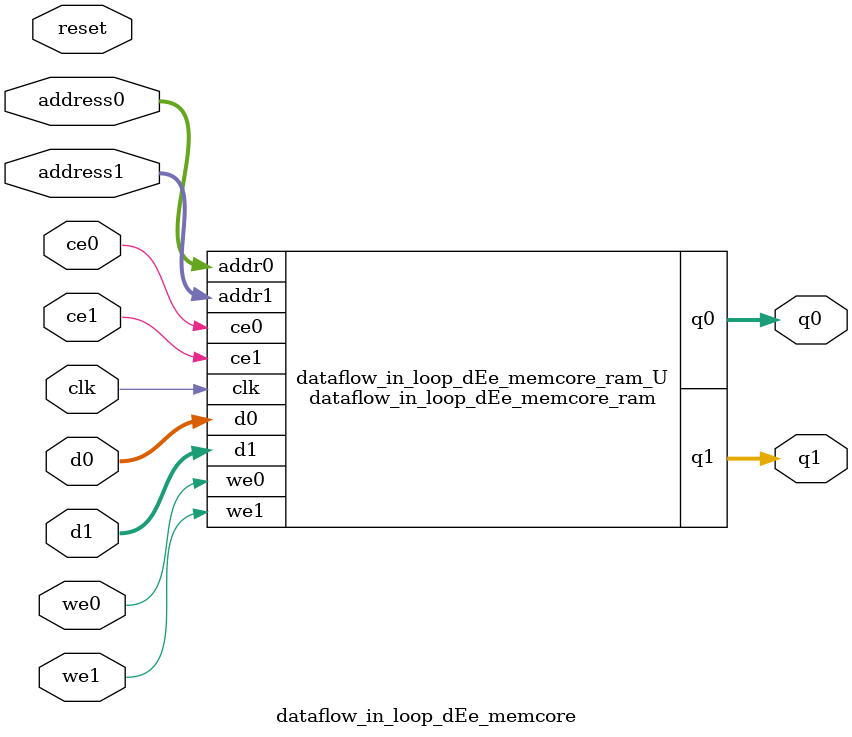
<source format=v>

`timescale 1 ns / 1 ps
module dataflow_in_loop_dEe_memcore_ram (addr0, ce0, d0, we0, q0, addr1, ce1, d1, we1, q1,  clk);

parameter DWIDTH = 6;
parameter AWIDTH = 2;
parameter MEM_SIZE = 4;

input[AWIDTH-1:0] addr0;
input ce0;
input[DWIDTH-1:0] d0;
input we0;
output reg[DWIDTH-1:0] q0;
input[AWIDTH-1:0] addr1;
input ce1;
input[DWIDTH-1:0] d1;
input we1;
output reg[DWIDTH-1:0] q1;
input clk;

(* ram_style = "distributed" *)reg [DWIDTH-1:0] ram[0:MEM_SIZE-1];




always @(posedge clk)  
begin 
    if (ce0) 
    begin
        if (we0) 
        begin 
            ram[addr0] <= d0; 
            q0 <= d0;
        end 
        else 
            q0 <= ram[addr0];
    end
end


always @(posedge clk)  
begin 
    if (ce1) 
    begin
        if (we1) 
        begin 
            ram[addr1] <= d1; 
            q1 <= d1;
        end 
        else 
            q1 <= ram[addr1];
    end
end


endmodule


`timescale 1 ns / 1 ps
module dataflow_in_loop_dEe_memcore(
    reset,
    clk,
    address0,
    ce0,
    we0,
    d0,
    q0,
    address1,
    ce1,
    we1,
    d1,
    q1);

parameter DataWidth = 32'd6;
parameter AddressRange = 32'd4;
parameter AddressWidth = 32'd2;
input reset;
input clk;
input[AddressWidth - 1:0] address0;
input ce0;
input we0;
input[DataWidth - 1:0] d0;
output[DataWidth - 1:0] q0;
input[AddressWidth - 1:0] address1;
input ce1;
input we1;
input[DataWidth - 1:0] d1;
output[DataWidth - 1:0] q1;



dataflow_in_loop_dEe_memcore_ram dataflow_in_loop_dEe_memcore_ram_U(
    .clk( clk ),
    .addr0( address0 ),
    .ce0( ce0 ),
    .d0( d0 ),
    .we0( we0 ),
    .q0( q0 ),
    .addr1( address1 ),
    .ce1( ce1 ),
    .d1( d1 ),
    .we1( we1 ),
    .q1( q1 ));

endmodule


</source>
